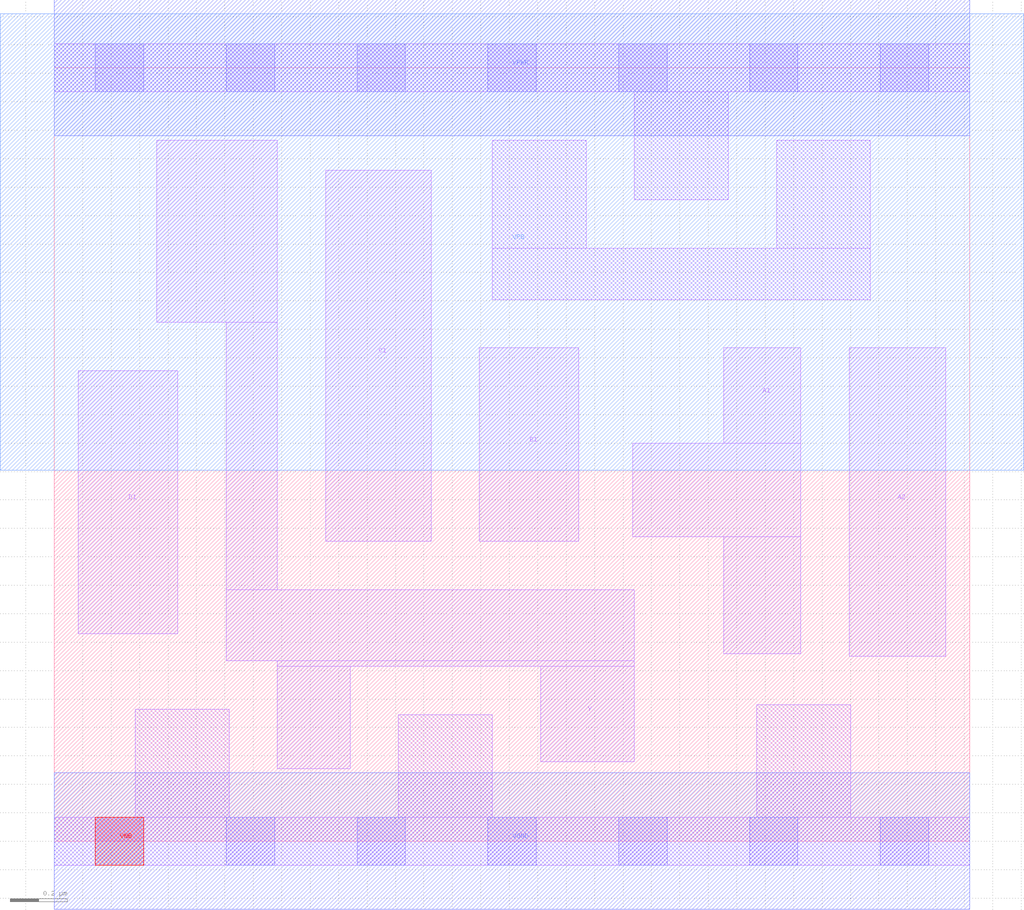
<source format=lef>
# Copyright 2020 The SkyWater PDK Authors
#
# Licensed under the Apache License, Version 2.0 (the "License");
# you may not use this file except in compliance with the License.
# You may obtain a copy of the License at
#
#     https://www.apache.org/licenses/LICENSE-2.0
#
# Unless required by applicable law or agreed to in writing, software
# distributed under the License is distributed on an "AS IS" BASIS,
# WITHOUT WARRANTIES OR CONDITIONS OF ANY KIND, either express or implied.
# See the License for the specific language governing permissions and
# limitations under the License.
#
# SPDX-License-Identifier: Apache-2.0

VERSION 5.7 ;
  NOWIREEXTENSIONATPIN ON ;
  DIVIDERCHAR "/" ;
  BUSBITCHARS "[]" ;
MACRO sky130_fd_sc_hd__a2111oi_0
  CLASS CORE ;
  FOREIGN sky130_fd_sc_hd__a2111oi_0 ;
  ORIGIN  0.000000  0.000000 ;
  SIZE  3.220000 BY  2.720000 ;
  SYMMETRY X Y R90 ;
  SITE unithd ;
  PIN A1
    ANTENNAGATEAREA  0.159000 ;
    DIRECTION INPUT ;
    USE SIGNAL ;
    PORT
      LAYER li1 ;
        RECT 2.035000 1.070000 2.625000 1.400000 ;
        RECT 2.355000 0.660000 2.625000 1.070000 ;
        RECT 2.355000 1.400000 2.625000 1.735000 ;
    END
  END A1
  PIN A2
    ANTENNAGATEAREA  0.159000 ;
    DIRECTION INPUT ;
    USE SIGNAL ;
    PORT
      LAYER li1 ;
        RECT 2.795000 0.650000 3.135000 1.735000 ;
    END
  END A2
  PIN B1
    ANTENNAGATEAREA  0.159000 ;
    DIRECTION INPUT ;
    USE SIGNAL ;
    PORT
      LAYER li1 ;
        RECT 1.495000 1.055000 1.845000 1.735000 ;
    END
  END B1
  PIN C1
    ANTENNAGATEAREA  0.159000 ;
    DIRECTION INPUT ;
    USE SIGNAL ;
    PORT
      LAYER li1 ;
        RECT 0.955000 1.055000 1.325000 2.360000 ;
    END
  END C1
  PIN D1
    ANTENNAGATEAREA  0.159000 ;
    DIRECTION INPUT ;
    USE SIGNAL ;
    PORT
      LAYER li1 ;
        RECT 0.085000 0.730000 0.435000 1.655000 ;
    END
  END D1
  PIN VNB
    PORT
      LAYER pwell ;
        RECT 0.145000 -0.085000 0.315000 0.085000 ;
    END
  END VNB
  PIN VPB
    PORT
      LAYER nwell ;
        RECT -0.190000 1.305000 3.410000 2.910000 ;
    END
  END VPB
  PIN Y
    ANTENNADIFFAREA  0.424000 ;
    DIRECTION OUTPUT ;
    USE SIGNAL ;
    PORT
      LAYER li1 ;
        RECT 0.360000 1.825000 0.785000 2.465000 ;
        RECT 0.605000 0.635000 2.040000 0.885000 ;
        RECT 0.605000 0.885000 0.785000 1.825000 ;
        RECT 0.785000 0.255000 1.040000 0.615000 ;
        RECT 0.785000 0.615000 2.040000 0.635000 ;
        RECT 1.710000 0.280000 2.040000 0.615000 ;
    END
  END Y
  PIN VGND
    DIRECTION INOUT ;
    SHAPE ABUTMENT ;
    USE GROUND ;
    PORT
      LAYER met1 ;
        RECT 0.000000 -0.240000 3.220000 0.240000 ;
    END
  END VGND
  PIN VPWR
    DIRECTION INOUT ;
    SHAPE ABUTMENT ;
    USE POWER ;
    PORT
      LAYER met1 ;
        RECT 0.000000 2.480000 3.220000 2.960000 ;
    END
  END VPWR
  OBS
    LAYER li1 ;
      RECT 0.000000 -0.085000 3.220000 0.085000 ;
      RECT 0.000000  2.635000 3.220000 2.805000 ;
      RECT 0.285000  0.085000 0.615000 0.465000 ;
      RECT 1.210000  0.085000 1.540000 0.445000 ;
      RECT 1.540000  1.905000 2.870000 2.085000 ;
      RECT 1.540000  2.085000 1.870000 2.465000 ;
      RECT 2.040000  2.255000 2.370000 2.635000 ;
      RECT 2.470000  0.085000 2.800000 0.480000 ;
      RECT 2.540000  2.085000 2.870000 2.465000 ;
    LAYER mcon ;
      RECT 0.145000 -0.085000 0.315000 0.085000 ;
      RECT 0.145000  2.635000 0.315000 2.805000 ;
      RECT 0.605000 -0.085000 0.775000 0.085000 ;
      RECT 0.605000  2.635000 0.775000 2.805000 ;
      RECT 1.065000 -0.085000 1.235000 0.085000 ;
      RECT 1.065000  2.635000 1.235000 2.805000 ;
      RECT 1.525000 -0.085000 1.695000 0.085000 ;
      RECT 1.525000  2.635000 1.695000 2.805000 ;
      RECT 1.985000 -0.085000 2.155000 0.085000 ;
      RECT 1.985000  2.635000 2.155000 2.805000 ;
      RECT 2.445000 -0.085000 2.615000 0.085000 ;
      RECT 2.445000  2.635000 2.615000 2.805000 ;
      RECT 2.905000 -0.085000 3.075000 0.085000 ;
      RECT 2.905000  2.635000 3.075000 2.805000 ;
  END
END sky130_fd_sc_hd__a2111oi_0
END LIBRARY

</source>
